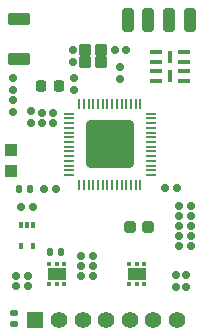
<source format=gbr>
%TF.GenerationSoftware,KiCad,Pcbnew,9.0.0*%
%TF.CreationDate,2025-04-27T20:43:47-05:00*%
%TF.ProjectId,ESP32_S3_CAM_wifi,45535033-325f-4533-935f-43414d5f7769,rev?*%
%TF.SameCoordinates,Original*%
%TF.FileFunction,Soldermask,Top*%
%TF.FilePolarity,Negative*%
%FSLAX46Y46*%
G04 Gerber Fmt 4.6, Leading zero omitted, Abs format (unit mm)*
G04 Created by KiCad (PCBNEW 9.0.0) date 2025-04-27 20:43:47*
%MOMM*%
%LPD*%
G01*
G04 APERTURE LIST*
G04 Aperture macros list*
%AMRoundRect*
0 Rectangle with rounded corners*
0 $1 Rounding radius*
0 $2 $3 $4 $5 $6 $7 $8 $9 X,Y pos of 4 corners*
0 Add a 4 corners polygon primitive as box body*
4,1,4,$2,$3,$4,$5,$6,$7,$8,$9,$2,$3,0*
0 Add four circle primitives for the rounded corners*
1,1,$1+$1,$2,$3*
1,1,$1+$1,$4,$5*
1,1,$1+$1,$6,$7*
1,1,$1+$1,$8,$9*
0 Add four rect primitives between the rounded corners*
20,1,$1+$1,$2,$3,$4,$5,0*
20,1,$1+$1,$4,$5,$6,$7,0*
20,1,$1+$1,$6,$7,$8,$9,0*
20,1,$1+$1,$8,$9,$2,$3,0*%
G04 Aperture macros list end*
%ADD10RoundRect,0.159000X-0.159000X-0.189000X0.159000X-0.189000X0.159000X0.189000X-0.159000X0.189000X0*%
%ADD11RoundRect,0.250000X-0.250000X-0.750000X0.250000X-0.750000X0.250000X0.750000X-0.250000X0.750000X0*%
%ADD12RoundRect,0.159000X0.159000X0.189000X-0.159000X0.189000X-0.159000X-0.189000X0.159000X-0.189000X0*%
%ADD13RoundRect,0.147500X-0.147500X-0.172500X0.147500X-0.172500X0.147500X0.172500X-0.147500X0.172500X0*%
%ADD14RoundRect,0.093750X-0.106250X0.093750X-0.106250X-0.093750X0.106250X-0.093750X0.106250X0.093750X0*%
%ADD15R,1.600000X1.000000*%
%ADD16RoundRect,0.159000X0.189000X-0.159000X0.189000X0.159000X-0.189000X0.159000X-0.189000X-0.159000X0*%
%ADD17R,0.304800X0.533400*%
%ADD18R,0.300000X1.000000*%
%ADD19R,1.000000X0.400000*%
%ADD20RoundRect,0.159000X-0.189000X0.159000X-0.189000X-0.159000X0.189000X-0.159000X0.189000X0.159000X0*%
%ADD21RoundRect,0.147500X0.147500X0.172500X-0.147500X0.172500X-0.147500X-0.172500X0.147500X-0.172500X0*%
%ADD22RoundRect,0.220000X0.220000X0.255000X-0.220000X0.255000X-0.220000X-0.255000X0.220000X-0.255000X0*%
%ADD23RoundRect,0.102000X0.800000X-0.400000X0.800000X0.400000X-0.800000X0.400000X-0.800000X-0.400000X0*%
%ADD24R,1.000000X1.000000*%
%ADD25RoundRect,0.147500X-0.172500X0.147500X-0.172500X-0.147500X0.172500X-0.147500X0.172500X0.147500X0*%
%ADD26RoundRect,0.050000X-0.350000X-0.050000X0.350000X-0.050000X0.350000X0.050000X-0.350000X0.050000X0*%
%ADD27RoundRect,0.050000X-0.050000X-0.350000X0.050000X-0.350000X0.050000X0.350000X-0.050000X0.350000X0*%
%ADD28C,0.500000*%
%ADD29RoundRect,0.250000X-1.750000X-1.750000X1.750000X-1.750000X1.750000X1.750000X-1.750000X1.750000X0*%
%ADD30RoundRect,0.102000X-0.425000X-0.375000X0.425000X-0.375000X0.425000X0.375000X-0.425000X0.375000X0*%
%ADD31RoundRect,0.244000X0.244000X0.269000X-0.244000X0.269000X-0.244000X-0.269000X0.244000X-0.269000X0*%
%ADD32R,1.400000X1.400000*%
%ADD33C,1.400000*%
G04 APERTURE END LIST*
D10*
%TO.C,C5*%
X165500000Y-86325000D03*
X166500000Y-86325000D03*
%TD*%
D11*
%TO.C,J7*%
X164076667Y-72080000D03*
%TD*%
D12*
%TO.C,C13*%
X153870000Y-94620000D03*
X152870000Y-94620000D03*
%TD*%
D10*
%TO.C,C16*%
X158370000Y-93746879D03*
X159370000Y-93746879D03*
%TD*%
D13*
%TO.C,D1*%
X155725000Y-91750000D03*
X156695000Y-91750000D03*
%TD*%
D14*
%TO.C,U3*%
X156955000Y-92712500D03*
X156305000Y-92712500D03*
X155655000Y-92712500D03*
X155655000Y-94487500D03*
X156305000Y-94487500D03*
X156955000Y-94487500D03*
D15*
X156305000Y-93600000D03*
%TD*%
D16*
%TO.C,C8*%
X161625000Y-77050000D03*
X161625000Y-76050000D03*
%TD*%
D14*
%TO.C,U4*%
X163730000Y-92712500D03*
X163080000Y-92712500D03*
X162430000Y-92712500D03*
X162430000Y-94487500D03*
X163080000Y-94487500D03*
X163730000Y-94487500D03*
D15*
X163080000Y-93600000D03*
%TD*%
D10*
%TO.C,C3*%
X166700000Y-89510000D03*
X167700000Y-89510000D03*
%TD*%
D17*
%TO.C,U5*%
X154259999Y-89476400D03*
X153760000Y-89476400D03*
X153260001Y-89476400D03*
X153260001Y-91203600D03*
X154259999Y-91203600D03*
%TD*%
D18*
%TO.C,U2*%
X165900000Y-75225000D03*
X165900000Y-76825000D03*
D19*
X164700000Y-74825000D03*
X164700000Y-75625000D03*
X164700000Y-76425000D03*
X164700000Y-77225000D03*
X167100000Y-77225000D03*
X167100000Y-76425000D03*
X167100000Y-75625000D03*
X167100000Y-74825000D03*
%TD*%
D20*
%TO.C,L1*%
X152620000Y-77040000D03*
X152620000Y-78040000D03*
%TD*%
D10*
%TO.C,FB2*%
X158370000Y-92896879D03*
X159370000Y-92896879D03*
%TD*%
D20*
%TO.C,R3*%
X166423333Y-93660000D03*
X166423333Y-94660000D03*
%TD*%
D16*
%TO.C,C14*%
X157770000Y-78010000D03*
X157770000Y-77010000D03*
%TD*%
D12*
%TO.C,R9*%
X156230000Y-86400000D03*
X155230000Y-86400000D03*
%TD*%
D10*
%TO.C,C22*%
X153260000Y-87960000D03*
X154260000Y-87960000D03*
%TD*%
%TO.C,C4*%
X166700000Y-88660000D03*
X167700000Y-88660000D03*
%TD*%
D21*
%TO.C,D3*%
X154045000Y-86400000D03*
X153075000Y-86400000D03*
%TD*%
D22*
%TO.C,FB1*%
X156540000Y-77680000D03*
X154960000Y-77680000D03*
%TD*%
D10*
%TO.C,R2*%
X166700000Y-87810000D03*
X167700000Y-87810000D03*
%TD*%
D20*
%TO.C,C1*%
X152620000Y-78900000D03*
X152620000Y-79900000D03*
%TD*%
D12*
%TO.C,C12*%
X153870000Y-93770000D03*
X152870000Y-93770000D03*
%TD*%
D23*
%TO.C,AE1*%
X153150000Y-75410000D03*
X153150000Y-72010000D03*
%TD*%
D10*
%TO.C,C10*%
X166700000Y-91210000D03*
X167700000Y-91210000D03*
%TD*%
D11*
%TO.C,J6*%
X162330000Y-72080000D03*
%TD*%
D24*
%TO.C,J8*%
X152410000Y-84880000D03*
%TD*%
D12*
%TO.C,C19*%
X159370000Y-92050000D03*
X158370000Y-92050000D03*
%TD*%
D25*
%TO.C,D2*%
X152660000Y-96865000D03*
X152660000Y-97835000D03*
%TD*%
D10*
%TO.C,R7*%
X155020000Y-80800000D03*
X156020000Y-80800000D03*
%TD*%
D24*
%TO.C,J9*%
X152410000Y-83140000D03*
%TD*%
D11*
%TO.C,J4*%
X165823333Y-72080000D03*
%TD*%
%TO.C,J5*%
X167570000Y-72080000D03*
%TD*%
D26*
%TO.C,U1*%
X157350000Y-80020000D03*
X157350000Y-80420000D03*
X157350000Y-80820000D03*
X157350000Y-81220000D03*
X157350000Y-81620000D03*
X157350000Y-82020000D03*
X157350000Y-82420000D03*
X157350000Y-82820000D03*
X157350000Y-83220000D03*
X157350000Y-83620000D03*
X157350000Y-84020000D03*
X157350000Y-84420000D03*
X157350000Y-84820000D03*
X157350000Y-85220000D03*
D27*
X158200000Y-86070000D03*
X158600000Y-86070000D03*
X159000000Y-86070000D03*
X159400000Y-86070000D03*
X159800000Y-86070000D03*
X160200000Y-86070000D03*
X160600000Y-86070000D03*
X161000000Y-86070000D03*
X161400000Y-86070000D03*
X161800000Y-86070000D03*
X162200000Y-86070000D03*
X162600000Y-86070000D03*
X163000000Y-86070000D03*
X163400000Y-86070000D03*
D26*
X164250000Y-85220000D03*
X164250000Y-84820000D03*
X164250000Y-84420000D03*
X164250000Y-84020000D03*
X164250000Y-83620000D03*
X164250000Y-83220000D03*
X164250000Y-82820000D03*
X164250000Y-82420000D03*
X164250000Y-82020000D03*
X164250000Y-81620000D03*
X164250000Y-81220000D03*
X164250000Y-80820000D03*
X164250000Y-80420000D03*
X164250000Y-80020000D03*
D27*
X163400000Y-79170000D03*
X163000000Y-79170000D03*
X162600000Y-79170000D03*
X162200000Y-79170000D03*
X161800000Y-79170000D03*
X161400000Y-79170000D03*
X161000000Y-79170000D03*
X160600000Y-79170000D03*
X160200000Y-79170000D03*
X159800000Y-79170000D03*
X159400000Y-79170000D03*
X159000000Y-79170000D03*
X158600000Y-79170000D03*
X158200000Y-79170000D03*
D28*
X159800000Y-81620000D03*
X159800000Y-82620000D03*
X159800000Y-83620000D03*
X160800000Y-81620000D03*
X160800000Y-82620000D03*
D29*
X160800000Y-82620000D03*
D28*
X160800000Y-83620000D03*
X161800000Y-81620000D03*
X161800000Y-82620000D03*
X161800000Y-83620000D03*
%TD*%
D12*
%TO.C,C7*%
X162200000Y-74600000D03*
X161200000Y-74600000D03*
%TD*%
D20*
%TO.C,C6*%
X157650000Y-74650000D03*
X157650000Y-75650000D03*
%TD*%
D10*
%TO.C,R1*%
X166700000Y-90360000D03*
X167700000Y-90360000D03*
%TD*%
D20*
%TO.C,R4*%
X167270000Y-93660000D03*
X167270000Y-94660000D03*
%TD*%
D16*
%TO.C,C23*%
X154170000Y-80800000D03*
X154170000Y-79800000D03*
%TD*%
D30*
%TO.C,Y1*%
X158725000Y-75650000D03*
X160075000Y-75650000D03*
X160075000Y-74600000D03*
X158725000Y-74600000D03*
%TD*%
D31*
%TO.C,C17*%
X164070000Y-89650000D03*
X162510000Y-89650000D03*
%TD*%
D12*
%TO.C,C11*%
X156020000Y-79950000D03*
X155020000Y-79950000D03*
%TD*%
D32*
%TO.C,J2*%
X154500000Y-97470000D03*
D33*
X156500000Y-97470000D03*
X158500000Y-97470000D03*
X160500000Y-97470000D03*
X162500000Y-97470000D03*
X164500000Y-97470000D03*
X166500000Y-97470000D03*
%TD*%
M02*

</source>
